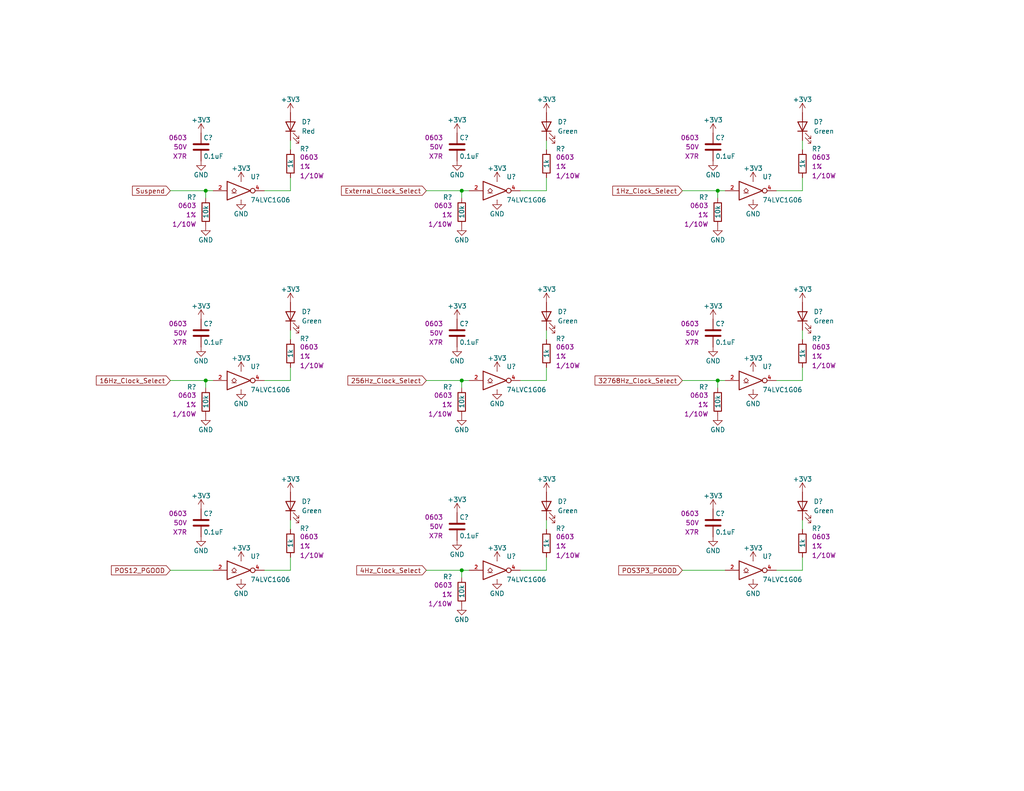
<source format=kicad_sch>
(kicad_sch (version 20230121) (generator eeschema)
  (paper "A")
  (title_block (title "Stopwatch") (date "2024-01-02") (rev "A") (company "Drew Maatman"))
  (lib_symbols
    (symbol "Custom_Library:74LVC1G06_Power" (pin_names (offset 1.016))
      (property "Reference" "U" (at 2.54 3.81 0))
      (property "Value" "74LVC1G06_Power" (at 2.54 -2.54 0))
      (symbol "74LVC1G06_Power_0_1"
        (polyline (pts (xy -2.54 -0.635) (xy -1.27 -0.635)))
        (polyline (pts (xy -3.81 2.54) (xy -3.81 -2.54) (xy 2.54 0) (xy -3.81 2.54)) (stroke (width 0.254)))
        (polyline (pts (xy -1.905 0.635) (xy -2.54 0) (xy -1.905 -0.635) (xy -1.27 0) (xy -1.905 0.635)))
      )
      (symbol "74LVC1G06_Power_1_1"
        (pin input line (at -7.62 0 0) (length 3.81) (name "~") (number "2"))
        (pin power_in line (at 0 -2.54 270) (length 0) (name "GND") (number "3"))
        (pin open_collector inverted (at 6.35 0 180) (length 3.81) (name "~") (number "4"))
        (pin power_in line (at 0 2.54 90) (length 0) (name "VCC") (number "5"))
      )
    )
    (symbol "Custom_Library:C_Custom" (pin_numbers hide) (pin_names (offset 0.254))
      (property "Reference" "C" (at 0.635 2.54 0))
      (property "Value" "C_Custom" (at 0.635 -2.54 0))
      (property "display_footprint" "Foot" (at -3.81 2.54 0))
      (property "Voltage" "V" (at -3.81 0 0))
      (property "Dielectric" "Er" (at -3.81 -2.54 0))
      (symbol "C_Custom_0_1"
        (polyline (pts (xy -2.032 -0.762) (xy 2.032 -0.762)) (stroke (width 0.508)))
        (polyline (pts (xy -2.032 0.762) (xy 2.032 0.762)) (stroke (width 0.508)))
      )
      (symbol "C_Custom_1_1"
        (pin passive line (at 0 3.81 270) (length 2.794) (name "~") (number "1"))
        (pin passive line (at 0 -3.81 90) (length 2.794) (name "~") (number "2"))
      )
    )
    (symbol "Custom_Library:R_Custom" (pin_numbers hide) (pin_names (offset 1.016) hide)
      (property "Reference" "R" (at -2.54 0 90))
      (property "Value" "R_Custom" (at 0 0 90))
      (property "display_footprint" "Foot" (at 2.54 0 90))
      (property "Tolerance" "Tol" (at 5.08 0 90))
      (property "Wattage" "W" (at 7.62 0 90))
      (symbol "R_Custom_0_1"
        (rectangle (start 1.016 2.54) (end -1.016 -2.54) (stroke (width 0.254)))
      )
      (symbol "R_Custom_1_1"
        (pin passive line (at 0 3.81 270) (length 1.27) (name "1") (number "1"))
        (pin passive line (at 0 -3.81 90) (length 1.27) (name "2") (number "2"))
      )
    )
    (symbol "Device:LED" (pin_numbers hide) (pin_names (offset 1.016) hide)
      (property "Reference" "D" (at 0 2.54 0))
      (property "Value" "LED" (at 0 -2.54 0))
      (symbol "LED_0_1"
        (polyline (pts (xy -1.27 -1.27) (xy -1.27 1.27)) (stroke (width 0.254)))
        (polyline (pts (xy -1.27 0) (xy 1.27 0)))
        (polyline (pts (xy 1.27 -1.27) (xy 1.27 1.27) (xy -1.27 0) (xy 1.27 -1.27)) (stroke (width 0.254)))
        (polyline (pts (xy -3.048 -0.762) (xy -4.572 -2.286) (xy -3.81 -2.286) (xy -4.572 -2.286) (xy -4.572 -1.524)))
        (polyline (pts (xy -1.778 -0.762) (xy -3.302 -2.286) (xy -2.54 -2.286) (xy -3.302 -2.286) (xy -3.302 -1.524)))
      )
      (symbol "LED_1_1"
        (pin passive line (at -3.81 0 0) (length 2.54) (name "K") (number "1"))
        (pin passive line (at 3.81 0 180) (length 2.54) (name "A") (number "2"))
      )
    )
    (symbol "Incrementor-rescue:+3.3V-power" (power) (pin_names (offset 0))
      (property "Value" "+3.3V-power" (at 0 3.556 0))
      (symbol "+3.3V-power_0_1"
        (polyline (pts (xy -0.762 1.27) (xy 0 2.54)))
        (polyline (pts (xy 0 0) (xy 0 2.54)))
        (polyline (pts (xy 0 2.54) (xy 0.762 1.27)))
      )
      (symbol "+3.3V-power_1_1"
        (pin power_in line (at 0 0 90) (length 0) hide (name "+3V3") (number "1"))
      )
    )
    (symbol "power:GND" (power) (pin_names (offset 0))
      (property "Value" "GND" (at 0 -3.81 0))
      (symbol "GND_0_1"
        (polyline (pts (xy 0 0) (xy 0 -1.27) (xy 1.27 -1.27) (xy 0 -2.54) (xy -1.27 -1.27) (xy 0 -1.27)))
      )
      (symbol "GND_1_1"
        (pin power_in line (at 0 0 270) (length 0) hide (name "GND") (number "1"))
      )
    )
  )
  (junction (at 125.984 155.702))
  (junction (at 125.984 52.07))
  (junction (at 195.834 103.886))
  (junction (at 195.834 52.07))
  (junction (at 56.134 103.886))
  (junction (at 125.984 103.886))
  (junction (at 56.134 52.07))
  (wire (pts (xy 125.984 52.07) (xy 128.016 52.07)))
  (wire (pts (xy 46.482 52.07) (xy 56.134 52.07)))
  (wire (pts (xy 149.098 90.17) (xy 149.098 92.71)))
  (wire (pts (xy 149.098 38.354) (xy 149.098 40.894)))
  (wire (pts (xy 125.984 157.734) (xy 125.984 155.702)))
  (wire (pts (xy 79.248 90.17) (xy 79.248 92.71)))
  (wire (pts (xy 56.134 105.918) (xy 56.134 103.886)))
  (wire (pts (xy 195.834 103.886) (xy 197.866 103.886)))
  (wire (pts (xy 218.948 48.514) (xy 218.948 52.07)))
  (wire (pts (xy 218.948 155.702) (xy 211.836 155.702)))
  (wire (pts (xy 218.948 141.986) (xy 218.948 144.526)))
  (wire (pts (xy 116.332 52.07) (xy 125.984 52.07)))
  (wire (pts (xy 125.984 155.702) (xy 128.016 155.702)))
  (wire (pts (xy 56.134 52.07) (xy 58.166 52.07)))
  (wire (pts (xy 79.248 48.514) (xy 79.248 52.07)))
  (wire (pts (xy 218.948 100.33) (xy 218.948 103.886)))
  (wire (pts (xy 79.248 52.07) (xy 72.136 52.07)))
  (wire (pts (xy 149.098 141.986) (xy 149.098 144.526)))
  (wire (pts (xy 56.134 54.102) (xy 56.134 52.07)))
  (wire (pts (xy 79.248 100.33) (xy 79.248 103.886)))
  (wire (pts (xy 79.248 152.146) (xy 79.248 155.702)))
  (wire (pts (xy 46.482 103.886) (xy 56.134 103.886)))
  (wire (pts (xy 149.098 100.33) (xy 149.098 103.886)))
  (wire (pts (xy 195.834 54.102) (xy 195.834 52.07)))
  (wire (pts (xy 195.834 105.918) (xy 195.834 103.886)))
  (wire (pts (xy 79.248 38.354) (xy 79.248 40.894)))
  (wire (pts (xy 186.182 103.886) (xy 195.834 103.886)))
  (wire (pts (xy 218.948 90.17) (xy 218.948 92.71)))
  (wire (pts (xy 149.098 48.514) (xy 149.098 52.07)))
  (wire (pts (xy 56.134 103.886) (xy 58.166 103.886)))
  (wire (pts (xy 125.984 105.918) (xy 125.984 103.886)))
  (wire (pts (xy 116.332 155.702) (xy 125.984 155.702)))
  (wire (pts (xy 149.098 152.146) (xy 149.098 155.702)))
  (wire (pts (xy 79.248 141.986) (xy 79.248 144.526)))
  (wire (pts (xy 218.948 152.146) (xy 218.948 155.702)))
  (wire (pts (xy 149.098 155.702) (xy 141.986 155.702)))
  (wire (pts (xy 79.248 155.702) (xy 72.136 155.702)))
  (wire (pts (xy 79.248 103.886) (xy 72.136 103.886)))
  (wire (pts (xy 218.948 103.886) (xy 211.836 103.886)))
  (wire (pts (xy 218.948 38.354) (xy 218.948 40.894)))
  (wire (pts (xy 125.984 103.886) (xy 128.016 103.886)))
  (wire (pts (xy 197.866 155.702) (xy 186.182 155.702)))
  (wire (pts (xy 149.098 52.07) (xy 141.986 52.07)))
  (wire (pts (xy 149.098 103.886) (xy 141.986 103.886)))
  (wire (pts (xy 186.182 52.07) (xy 195.834 52.07)))
  (wire (pts (xy 125.984 54.102) (xy 125.984 52.07)))
  (wire (pts (xy 58.166 155.702) (xy 46.482 155.702)))
  (wire (pts (xy 116.332 103.886) (xy 125.984 103.886)))
  (wire (pts (xy 195.834 52.07) (xy 197.866 52.07)))
  (wire (pts (xy 218.948 52.07) (xy 211.836 52.07)))
  (global_label "POS12_PGOOD" (shape input) (at 46.482 155.702 180) (property "Intersheetrefs" "${INTERSHEET_REFS}" (effects hide)))
  (global_label "4Hz_Clock_Select" (shape input) (at 116.332 155.702 180) (property "Intersheetrefs" "${INTERSHEET_REFS}" (effects hide)))
  (global_label "1Hz_Clock_Select" (shape input) (at 186.182 52.07 180) (property "Intersheetrefs" "${INTERSHEET_REFS}" (effects hide)))
  (global_label "External_Clock_Select" (shape input) (at 116.332 52.07 180) (property "Intersheetrefs" "${INTERSHEET_REFS}" (effects hide)))
  (global_label "Suspend" (shape input) (at 46.482 52.07 180) (property "Intersheetrefs" "${INTERSHEET_REFS}" (effects hide)))
  (global_label "POS3P3_PGOOD" (shape input) (at 186.182 155.702 180) (property "Intersheetrefs" "${INTERSHEET_REFS}" (effects hide)))
  (global_label "32768Hz_Clock_Select" (shape input) (at 186.182 103.886 180) (property "Intersheetrefs" "${INTERSHEET_REFS}" (effects hide)))
  (global_label "256Hz_Clock_Select" (shape input) (at 116.332 103.886 180) (property "Intersheetrefs" "${INTERSHEET_REFS}" (effects hide)))
  (global_label "16Hz_Clock_Select" (shape input) (at 46.482 103.886 180) (property "Intersheetrefs" "${INTERSHEET_REFS}" (effects hide)))
  (symbol (lib_id "Custom_Library:74LVC1G06_Power") (at 65.786 155.702 0) (unit 1)
    (property "Reference" "U?" (at 68.326 151.892 0) (effects (justify left)))
    (property "Value" "74LVC1G06" (at 68.326 158.242 0) (effects (justify left)))
    (property "Footprint" "TO_SOT_Packages_SMD:SOT-353_SC-70-5" (effects hide))
    (property "Datasheet" "http://www.ti.com/lit/ds/symlink/sn74lvc1g06.pdf" (effects hide))
    (property "Digi-Key PN" "296-8484-1-ND" (effects hide))
  )
  (symbol (lib_id "power:GND") (at 65.786 158.242 0) (unit 1)
    (property "Reference" "#PWR?" (effects hide))
    (property "Value" "GND" (at 65.786 162.052 0))
  )
  (symbol (lib_id "Incrementor-rescue:+3.3V-power") (at 65.786 153.162 0) (unit 1)
    (property "Reference" "#PWR?" (effects hide))
    (property "Value" "+3.3V" (at 65.786 149.606 0))
  )
  (symbol (lib_id "Custom_Library:R_Custom") (at 79.248 148.336 0) (unit 1)
    (property "Reference" "R?" (at 81.788 144.272 0) (effects (justify left)))
    (property "Value" "1k" (at 79.248 148.336 90))
    (property "Footprint" "Resistors_SMD:R_0603" (effects hide))
    (property "display_footprint" "0603" (at 81.788 146.558 0) (effects (justify left)))
    (property "Tolerance" "1%" (at 81.788 149.098 0) (effects (justify left)))
    (property "Wattage" "1/10W" (at 81.788 151.638 0) (effects (justify left)))
    (property "Digi-Key PN" "RHM1.0KDCT-ND" (effects hide))
  )
  (symbol (lib_id "Device:LED") (at 79.248 138.176 90) (unit 1)
    (property "Reference" "D?" (at 82.296 136.906 90) (effects (justify right)))
    (property "Value" "Green" (at 82.296 139.446 90) (effects (justify right)))
    (property "Footprint" "LEDs:LED_0603" (effects hide))
    (property "Digi-Key PN" "160-1446-1-ND" (effects hide))
  )
  (symbol (lib_id "Incrementor-rescue:+3.3V-power") (at 79.248 134.366 0) (unit 1)
    (property "Reference" "#PWR?" (effects hide))
    (property "Value" "+3.3V" (at 79.248 130.81 0))
  )
  (symbol (lib_id "Custom_Library:C_Custom") (at 54.864 142.748 0) (unit 1)
    (property "Reference" "C?" (at 55.499 140.208 0) (effects (justify left)))
    (property "Value" "0.1uF" (at 55.499 145.288 0) (effects (justify left)))
    (property "Footprint" "Capacitors_SMD:C_0603" (effects hide))
    (property "display_footprint" "0603" (at 51.054 140.208 0) (effects (justify right)))
    (property "Voltage" "50V" (at 51.054 142.748 0) (effects (justify right)))
    (property "Dielectric" "X7R" (at 51.054 145.288 0) (effects (justify right)))
    (property "Digi-Key PN" "311-1344-1-ND" (effects hide))
  )
  (symbol (lib_id "power:GND") (at 54.864 146.558 0) (unit 1)
    (property "Reference" "#PWR?" (effects hide))
    (property "Value" "GND" (at 54.864 150.368 0))
  )
  (symbol (lib_id "Incrementor-rescue:+3.3V-power") (at 54.864 138.938 0) (unit 1)
    (property "Reference" "#PWR?" (effects hide))
    (property "Value" "+3.3V" (at 54.864 135.382 0))
  )
  (symbol (lib_id "Custom_Library:74LVC1G06_Power") (at 65.786 52.07 0) (unit 1)
    (property "Reference" "U?" (at 68.326 48.26 0) (effects (justify left)))
    (property "Value" "74LVC1G06" (at 68.326 54.61 0) (effects (justify left)))
    (property "Footprint" "TO_SOT_Packages_SMD:SOT-353_SC-70-5" (effects hide))
    (property "Datasheet" "http://www.ti.com/lit/ds/symlink/sn74lvc1g06.pdf" (effects hide))
    (property "Digi-Key PN" "296-8484-1-ND" (effects hide))
  )
  (symbol (lib_id "power:GND") (at 65.786 54.61 0) (unit 1)
    (property "Reference" "#PWR?" (effects hide))
    (property "Value" "GND" (at 65.786 58.42 0))
  )
  (symbol (lib_id "Incrementor-rescue:+3.3V-power") (at 65.786 49.53 0) (unit 1)
    (property "Reference" "#PWR?" (effects hide))
    (property "Value" "+3.3V" (at 65.786 45.974 0))
  )
  (symbol (lib_id "Custom_Library:R_Custom") (at 56.134 57.912 0) (mirror y) (unit 1)
    (property "Reference" "R?" (at 53.594 53.848 0) (effects (justify left)))
    (property "Value" "10k" (at 56.134 59.69 90) (effects (justify left)))
    (property "Footprint" "Resistors_SMD:R_0603" (effects hide))
    (property "display_footprint" "0603" (at 53.594 56.134 0) (effects (justify left)))
    (property "Tolerance" "1%" (at 53.594 58.674 0) (effects (justify left)))
    (property "Wattage" "1/10W" (at 53.594 61.214 0) (effects (justify left)))
    (property "Digi-Key PN" "RMCF0603FT10K0CT-ND" (effects hide))
  )
  (symbol (lib_id "power:GND") (at 56.134 61.722 0) (unit 1)
    (property "Reference" "#PWR?" (effects hide))
    (property "Value" "GND" (at 56.134 65.532 0))
  )
  (symbol (lib_id "Custom_Library:R_Custom") (at 79.248 44.704 0) (unit 1)
    (property "Reference" "R?" (at 81.788 40.64 0) (effects (justify left)))
    (property "Value" "1k" (at 79.248 44.704 90))
    (property "Footprint" "Resistors_SMD:R_0603" (effects hide))
    (property "display_footprint" "0603" (at 81.788 42.926 0) (effects (justify left)))
    (property "Tolerance" "1%" (at 81.788 45.466 0) (effects (justify left)))
    (property "Wattage" "1/10W" (at 81.788 48.006 0) (effects (justify left)))
    (property "Digi-Key PN" "RHM1.0KDCT-ND" (effects hide))
  )
  (symbol (lib_id "Device:LED") (at 79.248 34.544 90) (unit 1)
    (property "Reference" "D?" (at 82.296 33.274 90) (effects (justify right)))
    (property "Value" "Red" (at 82.296 35.814 90) (effects (justify right)))
    (property "Footprint" "LEDs:LED_0603" (effects hide))
    (property "Digi-Key PN" "160-1447-1-ND" (effects hide))
  )
  (symbol (lib_id "Incrementor-rescue:+3.3V-power") (at 79.248 30.734 0) (unit 1)
    (property "Reference" "#PWR?" (effects hide))
    (property "Value" "+3.3V" (at 79.248 27.178 0))
  )
  (symbol (lib_id "Custom_Library:74LVC1G06_Power") (at 135.636 52.07 0) (unit 1)
    (property "Reference" "U?" (at 138.176 48.26 0) (effects (justify left)))
    (property "Value" "74LVC1G06" (at 138.176 54.61 0) (effects (justify left)))
    (property "Footprint" "TO_SOT_Packages_SMD:SOT-353_SC-70-5" (effects hide))
    (property "Datasheet" "http://www.ti.com/lit/ds/symlink/sn74lvc1g06.pdf" (effects hide))
    (property "Digi-Key PN" "296-8484-1-ND" (effects hide))
  )
  (symbol (lib_id "power:GND") (at 135.636 54.61 0) (unit 1)
    (property "Reference" "#PWR?" (effects hide))
    (property "Value" "GND" (at 135.636 58.42 0))
  )
  (symbol (lib_id "Incrementor-rescue:+3.3V-power") (at 135.636 49.53 0) (unit 1)
    (property "Reference" "#PWR?" (effects hide))
    (property "Value" "+3.3V" (at 135.636 45.974 0))
  )
  (symbol (lib_id "Custom_Library:R_Custom") (at 125.984 57.912 0) (mirror y) (unit 1)
    (property "Reference" "R?" (at 123.444 53.848 0) (effects (justify left)))
    (property "Value" "10k" (at 125.984 59.69 90) (effects (justify left)))
    (property "Footprint" "Resistors_SMD:R_0603" (effects hide))
    (property "display_footprint" "0603" (at 123.444 56.134 0) (effects (justify left)))
    (property "Tolerance" "1%" (at 123.444 58.674 0) (effects (justify left)))
    (property "Wattage" "1/10W" (at 123.444 61.214 0) (effects (justify left)))
    (property "Digi-Key PN" "RMCF0603FT10K0CT-ND" (effects hide))
  )
  (symbol (lib_id "power:GND") (at 125.984 61.722 0) (unit 1)
    (property "Reference" "#PWR?" (effects hide))
    (property "Value" "GND" (at 125.984 65.532 0))
  )
  (symbol (lib_id "Custom_Library:R_Custom") (at 149.098 44.704 0) (unit 1)
    (property "Reference" "R?" (at 151.638 40.64 0) (effects (justify left)))
    (property "Value" "1k" (at 149.098 44.704 90))
    (property "Footprint" "Resistors_SMD:R_0603" (effects hide))
    (property "display_footprint" "0603" (at 151.638 42.926 0) (effects (justify left)))
    (property "Tolerance" "1%" (at 151.638 45.466 0) (effects (justify left)))
    (property "Wattage" "1/10W" (at 151.638 48.006 0) (effects (justify left)))
    (property "Digi-Key PN" "RHM1.0KDCT-ND" (effects hide))
  )
  (symbol (lib_id "Device:LED") (at 149.098 34.544 90) (unit 1)
    (property "Reference" "D?" (at 152.146 33.274 90) (effects (justify right)))
    (property "Value" "Green" (at 152.146 35.814 90) (effects (justify right)))
    (property "Footprint" "LEDs:LED_0603" (effects hide))
    (property "Digi-Key PN" "160-1446-1-ND" (effects hide))
  )
  (symbol (lib_id "Incrementor-rescue:+3.3V-power") (at 149.098 30.734 0) (unit 1)
    (property "Reference" "#PWR?" (effects hide))
    (property "Value" "+3.3V" (at 149.098 27.178 0))
  )
  (symbol (lib_id "Custom_Library:74LVC1G06_Power") (at 205.486 52.07 0) (unit 1)
    (property "Reference" "U?" (at 208.026 48.26 0) (effects (justify left)))
    (property "Value" "74LVC1G06" (at 208.026 54.61 0) (effects (justify left)))
    (property "Footprint" "TO_SOT_Packages_SMD:SOT-353_SC-70-5" (effects hide))
    (property "Datasheet" "http://www.ti.com/lit/ds/symlink/sn74lvc1g06.pdf" (effects hide))
    (property "Digi-Key PN" "296-8484-1-ND" (effects hide))
  )
  (symbol (lib_id "power:GND") (at 205.486 54.61 0) (unit 1)
    (property "Reference" "#PWR?" (effects hide))
    (property "Value" "GND" (at 205.486 58.42 0))
  )
  (symbol (lib_id "Incrementor-rescue:+3.3V-power") (at 205.486 49.53 0) (unit 1)
    (property "Reference" "#PWR?" (effects hide))
    (property "Value" "+3.3V" (at 205.486 45.974 0))
  )
  (symbol (lib_id "Custom_Library:R_Custom") (at 195.834 57.912 0) (mirror y) (unit 1)
    (property "Reference" "R?" (at 193.294 53.848 0) (effects (justify left)))
    (property "Value" "10k" (at 195.834 59.69 90) (effects (justify left)))
    (property "Footprint" "Resistors_SMD:R_0603" (effects hide))
    (property "display_footprint" "0603" (at 193.294 56.134 0) (effects (justify left)))
    (property "Tolerance" "1%" (at 193.294 58.674 0) (effects (justify left)))
    (property "Wattage" "1/10W" (at 193.294 61.214 0) (effects (justify left)))
    (property "Digi-Key PN" "RMCF0603FT10K0CT-ND" (effects hide))
  )
  (symbol (lib_id "power:GND") (at 195.834 61.722 0) (unit 1)
    (property "Reference" "#PWR?" (effects hide))
    (property "Value" "GND" (at 195.834 65.532 0))
  )
  (symbol (lib_id "Custom_Library:R_Custom") (at 218.948 44.704 0) (unit 1)
    (property "Reference" "R?" (at 221.488 40.64 0) (effects (justify left)))
    (property "Value" "1k" (at 218.948 44.704 90))
    (property "Footprint" "Resistors_SMD:R_0603" (effects hide))
    (property "display_footprint" "0603" (at 221.488 42.926 0) (effects (justify left)))
    (property "Tolerance" "1%" (at 221.488 45.466 0) (effects (justify left)))
    (property "Wattage" "1/10W" (at 221.488 48.006 0) (effects (justify left)))
    (property "Digi-Key PN" "RHM1.0KDCT-ND" (effects hide))
  )
  (symbol (lib_id "Device:LED") (at 218.948 34.544 90) (unit 1)
    (property "Reference" "D?" (at 221.996 33.274 90) (effects (justify right)))
    (property "Value" "Green" (at 221.996 35.814 90) (effects (justify right)))
    (property "Footprint" "LEDs:LED_0603" (effects hide))
    (property "Digi-Key PN" "160-1446-1-ND" (effects hide))
  )
  (symbol (lib_id "Incrementor-rescue:+3.3V-power") (at 218.948 30.734 0) (unit 1)
    (property "Reference" "#PWR?" (effects hide))
    (property "Value" "+3.3V" (at 218.948 27.178 0))
  )
  (symbol (lib_id "Incrementor-rescue:+3.3V-power") (at 218.948 82.55 0) (unit 1)
    (property "Reference" "#PWR?" (effects hide))
    (property "Value" "+3.3V" (at 218.948 78.994 0))
  )
  (symbol (lib_id "Custom_Library:74LVC1G06_Power") (at 135.636 155.702 0) (unit 1)
    (property "Reference" "U?" (at 138.176 151.892 0) (effects (justify left)))
    (property "Value" "74LVC1G06" (at 138.176 158.242 0) (effects (justify left)))
    (property "Footprint" "TO_SOT_Packages_SMD:SOT-353_SC-70-5" (effects hide))
    (property "Datasheet" "http://www.ti.com/lit/ds/symlink/sn74lvc1g06.pdf" (effects hide))
    (property "Digi-Key PN" "296-8484-1-ND" (effects hide))
  )
  (symbol (lib_id "power:GND") (at 135.636 158.242 0) (unit 1)
    (property "Reference" "#PWR?" (effects hide))
    (property "Value" "GND" (at 135.636 162.052 0))
  )
  (symbol (lib_id "Incrementor-rescue:+3.3V-power") (at 135.636 153.162 0) (unit 1)
    (property "Reference" "#PWR?" (effects hide))
    (property "Value" "+3.3V" (at 135.636 149.606 0))
  )
  (symbol (lib_id "Custom_Library:R_Custom") (at 125.984 161.544 0) (mirror y) (unit 1)
    (property "Reference" "R?" (at 123.444 157.48 0) (effects (justify left)))
    (property "Value" "10k" (at 125.984 163.322 90) (effects (justify left)))
    (property "Footprint" "Resistors_SMD:R_0603" (effects hide))
    (property "display_footprint" "0603" (at 123.444 159.766 0) (effects (justify left)))
    (property "Tolerance" "1%" (at 123.444 162.306 0) (effects (justify left)))
    (property "Wattage" "1/10W" (at 123.444 164.846 0) (effects (justify left)))
    (property "Digi-Key PN" "RMCF0603FT10K0CT-ND" (effects hide))
  )
  (symbol (lib_id "power:GND") (at 125.984 165.354 0) (unit 1)
    (property "Reference" "#PWR?" (effects hide))
    (property "Value" "GND" (at 125.984 169.164 0))
  )
  (symbol (lib_id "Custom_Library:R_Custom") (at 149.098 148.336 0) (unit 1)
    (property "Reference" "R?" (at 151.638 144.272 0) (effects (justify left)))
    (property "Value" "1k" (at 149.098 148.336 90))
    (property "Footprint" "Resistors_SMD:R_0603" (effects hide))
    (property "display_footprint" "0603" (at 151.638 146.558 0) (effects (justify left)))
    (property "Tolerance" "1%" (at 151.638 149.098 0) (effects (justify left)))
    (property "Wattage" "1/10W" (at 151.638 151.638 0) (effects (justify left)))
    (property "Digi-Key PN" "RHM1.0KDCT-ND" (effects hide))
  )
  (symbol (lib_id "Device:LED") (at 149.098 138.176 90) (unit 1)
    (property "Reference" "D?" (at 152.146 136.906 90) (effects (justify right)))
    (property "Value" "Green" (at 152.146 139.446 90) (effects (justify right)))
    (property "Footprint" "LEDs:LED_0603" (effects hide))
    (property "Digi-Key PN" "160-1446-1-ND" (effects hide))
  )
  (symbol (lib_id "Incrementor-rescue:+3.3V-power") (at 149.098 134.366 0) (unit 1)
    (property "Reference" "#PWR?" (effects hide))
    (property "Value" "+3.3V" (at 149.098 130.81 0))
  )
  (symbol (lib_id "Custom_Library:74LVC1G06_Power") (at 65.786 103.886 0) (unit 1)
    (property "Reference" "U?" (at 68.326 100.076 0) (effects (justify left)))
    (property "Value" "74LVC1G06" (at 68.326 106.426 0) (effects (justify left)))
    (property "Footprint" "TO_SOT_Packages_SMD:SOT-353_SC-70-5" (effects hide))
    (property "Datasheet" "http://www.ti.com/lit/ds/symlink/sn74lvc1g06.pdf" (effects hide))
    (property "Digi-Key PN" "296-8484-1-ND" (effects hide))
  )
  (symbol (lib_id "power:GND") (at 65.786 106.426 0) (unit 1)
    (property "Reference" "#PWR?" (effects hide))
    (property "Value" "GND" (at 65.786 110.236 0))
  )
  (symbol (lib_id "Incrementor-rescue:+3.3V-power") (at 65.786 101.346 0) (unit 1)
    (property "Reference" "#PWR?" (effects hide))
    (property "Value" "+3.3V" (at 65.786 97.79 0))
  )
  (symbol (lib_id "Custom_Library:R_Custom") (at 56.134 109.728 0) (mirror y) (unit 1)
    (property "Reference" "R?" (at 53.594 105.664 0) (effects (justify left)))
    (property "Value" "10k" (at 56.134 111.506 90) (effects (justify left)))
    (property "Footprint" "Resistors_SMD:R_0603" (effects hide))
    (property "display_footprint" "0603" (at 53.594 107.95 0) (effects (justify left)))
    (property "Tolerance" "1%" (at 53.594 110.49 0) (effects (justify left)))
    (property "Wattage" "1/10W" (at 53.594 113.03 0) (effects (justify left)))
    (property "Digi-Key PN" "RMCF0603FT10K0CT-ND" (effects hide))
  )
  (symbol (lib_id "power:GND") (at 56.134 113.538 0) (unit 1)
    (property "Reference" "#PWR?" (effects hide))
    (property "Value" "GND" (at 56.134 117.348 0))
  )
  (symbol (lib_id "Custom_Library:R_Custom") (at 79.248 96.52 0) (unit 1)
    (property "Reference" "R?" (at 81.788 92.456 0) (effects (justify left)))
    (property "Value" "1k" (at 79.248 96.52 90))
    (property "Footprint" "Resistors_SMD:R_0603" (effects hide))
    (property "display_footprint" "0603" (at 81.788 94.742 0) (effects (justify left)))
    (property "Tolerance" "1%" (at 81.788 97.282 0) (effects (justify left)))
    (property "Wattage" "1/10W" (at 81.788 99.822 0) (effects (justify left)))
    (property "Digi-Key PN" "RHM1.0KDCT-ND" (effects hide))
  )
  (symbol (lib_id "Device:LED") (at 79.248 86.36 90) (unit 1)
    (property "Reference" "D?" (at 82.296 85.09 90) (effects (justify right)))
    (property "Value" "Green" (at 82.296 87.63 90) (effects (justify right)))
    (property "Footprint" "LEDs:LED_0603" (effects hide))
    (property "Digi-Key PN" "160-1446-1-ND" (effects hide))
  )
  (symbol (lib_id "Incrementor-rescue:+3.3V-power") (at 79.248 82.55 0) (unit 1)
    (property "Reference" "#PWR?" (effects hide))
    (property "Value" "+3.3V" (at 79.248 78.994 0))
  )
  (symbol (lib_id "Custom_Library:74LVC1G06_Power") (at 135.636 103.886 0) (unit 1)
    (property "Reference" "U?" (at 138.176 100.076 0) (effects (justify left)))
    (property "Value" "74LVC1G06" (at 138.176 106.426 0) (effects (justify left)))
    (property "Footprint" "TO_SOT_Packages_SMD:SOT-353_SC-70-5" (effects hide))
    (property "Datasheet" "http://www.ti.com/lit/ds/symlink/sn74lvc1g06.pdf" (effects hide))
    (property "Digi-Key PN" "296-8484-1-ND" (effects hide))
  )
  (symbol (lib_id "power:GND") (at 135.636 106.426 0) (unit 1)
    (property "Reference" "#PWR?" (effects hide))
    (property "Value" "GND" (at 135.636 110.236 0))
  )
  (symbol (lib_id "Incrementor-rescue:+3.3V-power") (at 135.636 101.346 0) (unit 1)
    (property "Reference" "#PWR?" (effects hide))
    (property "Value" "+3.3V" (at 135.636 97.79 0))
  )
  (symbol (lib_id "Custom_Library:R_Custom") (at 125.984 109.728 0) (mirror y) (unit 1)
    (property "Reference" "R?" (at 123.444 105.664 0) (effects (justify left)))
    (property "Value" "10k" (at 125.984 111.506 90) (effects (justify left)))
    (property "Footprint" "Resistors_SMD:R_0603" (effects hide))
    (property "display_footprint" "0603" (at 123.444 107.95 0) (effects (justify left)))
    (property "Tolerance" "1%" (at 123.444 110.49 0) (effects (justify left)))
    (property "Wattage" "1/10W" (at 123.444 113.03 0) (effects (justify left)))
    (property "Digi-Key PN" "RMCF0603FT10K0CT-ND" (effects hide))
  )
  (symbol (lib_id "power:GND") (at 125.984 113.538 0) (unit 1)
    (property "Reference" "#PWR?" (effects hide))
    (property "Value" "GND" (at 125.984 117.348 0))
  )
  (symbol (lib_id "Custom_Library:R_Custom") (at 149.098 96.52 0) (unit 1)
    (property "Reference" "R?" (at 151.638 92.456 0) (effects (justify left)))
    (property "Value" "1k" (at 149.098 96.52 90))
    (property "Footprint" "Resistors_SMD:R_0603" (effects hide))
    (property "display_footprint" "0603" (at 151.638 94.742 0) (effects (justify left)))
    (property "Tolerance" "1%" (at 151.638 97.282 0) (effects (justify left)))
    (property "Wattage" "1/10W" (at 151.638 99.822 0) (effects (justify left)))
    (property "Digi-Key PN" "RHM1.0KDCT-ND" (effects hide))
  )
  (symbol (lib_id "Device:LED") (at 149.098 86.36 90) (unit 1)
    (property "Reference" "D?" (at 152.146 85.09 90) (effects (justify right)))
    (property "Value" "Green" (at 152.146 87.63 90) (effects (justify right)))
    (property "Footprint" "LEDs:LED_0603" (effects hide))
    (property "Digi-Key PN" "160-1446-1-ND" (effects hide))
  )
  (symbol (lib_id "Incrementor-rescue:+3.3V-power") (at 149.098 82.55 0) (unit 1)
    (property "Reference" "#PWR?" (effects hide))
    (property "Value" "+3.3V" (at 149.098 78.994 0))
  )
  (symbol (lib_id "Custom_Library:74LVC1G06_Power") (at 205.486 103.886 0) (unit 1)
    (property "Reference" "U?" (at 208.026 100.076 0) (effects (justify left)))
    (property "Value" "74LVC1G06" (at 208.026 106.426 0) (effects (justify left)))
    (property "Footprint" "TO_SOT_Packages_SMD:SOT-353_SC-70-5" (effects hide))
    (property "Datasheet" "http://www.ti.com/lit/ds/symlink/sn74lvc1g06.pdf" (effects hide))
    (property "Digi-Key PN" "296-8484-1-ND" (effects hide))
  )
  (symbol (lib_id "power:GND") (at 205.486 106.426 0) (unit 1)
    (property "Reference" "#PWR?" (effects hide))
    (property "Value" "GND" (at 205.486 110.236 0))
  )
  (symbol (lib_id "Incrementor-rescue:+3.3V-power") (at 205.486 101.346 0) (unit 1)
    (property "Reference" "#PWR?" (effects hide))
    (property "Value" "+3.3V" (at 205.486 97.79 0))
  )
  (symbol (lib_id "Custom_Library:R_Custom") (at 195.834 109.728 0) (mirror y) (unit 1)
    (property "Reference" "R?" (at 193.294 105.664 0) (effects (justify left)))
    (property "Value" "10k" (at 195.834 111.506 90) (effects (justify left)))
    (property "Footprint" "Resistors_SMD:R_0603" (effects hide))
    (property "display_footprint" "0603" (at 193.294 107.95 0) (effects (justify left)))
    (property "Tolerance" "1%" (at 193.294 110.49 0) (effects (justify left)))
    (property "Wattage" "1/10W" (at 193.294 113.03 0) (effects (justify left)))
    (property "Digi-Key PN" "RMCF0603FT10K0CT-ND" (effects hide))
  )
  (symbol (lib_id "power:GND") (at 195.834 113.538 0) (unit 1)
    (property "Reference" "#PWR?" (effects hide))
    (property "Value" "GND" (at 195.834 117.348 0))
  )
  (symbol (lib_id "Custom_Library:R_Custom") (at 218.948 96.52 0) (unit 1)
    (property "Reference" "R?" (at 221.488 92.456 0) (effects (justify left)))
    (property "Value" "1k" (at 218.948 96.52 90))
    (property "Footprint" "Resistors_SMD:R_0603" (effects hide))
    (property "display_footprint" "0603" (at 221.488 94.742 0) (effects (justify left)))
    (property "Tolerance" "1%" (at 221.488 97.282 0) (effects (justify left)))
    (property "Wattage" "1/10W" (at 221.488 99.822 0) (effects (justify left)))
    (property "Digi-Key PN" "RHM1.0KDCT-ND" (effects hide))
  )
  (symbol (lib_id "Device:LED") (at 218.948 86.36 90) (unit 1)
    (property "Reference" "D?" (at 221.996 85.09 90) (effects (justify right)))
    (property "Value" "Green" (at 221.996 87.63 90) (effects (justify right)))
    (property "Footprint" "LEDs:LED_0603" (effects hide))
    (property "Digi-Key PN" "160-1446-1-ND" (effects hide))
  )
  (symbol (lib_id "Custom_Library:74LVC1G06_Power") (at 205.486 155.702 0) (unit 1)
    (property "Reference" "U?" (at 208.026 151.892 0) (effects (justify left)))
    (property "Value" "74LVC1G06" (at 208.026 158.242 0) (effects (justify left)))
    (property "Footprint" "TO_SOT_Packages_SMD:SOT-353_SC-70-5" (effects hide))
    (property "Datasheet" "http://www.ti.com/lit/ds/symlink/sn74lvc1g06.pdf" (effects hide))
    (property "Digi-Key PN" "296-8484-1-ND" (effects hide))
  )
  (symbol (lib_id "power:GND") (at 205.486 158.242 0) (unit 1)
    (property "Reference" "#PWR?" (effects hide))
    (property "Value" "GND" (at 205.486 162.052 0))
  )
  (symbol (lib_id "Incrementor-rescue:+3.3V-power") (at 205.486 153.162 0) (unit 1)
    (property "Reference" "#PWR?" (effects hide))
    (property "Value" "+3.3V" (at 205.486 149.606 0))
  )
  (symbol (lib_id "Custom_Library:R_Custom") (at 218.948 148.336 0) (unit 1)
    (property "Reference" "R?" (at 221.488 144.272 0) (effects (justify left)))
    (property "Value" "1k" (at 218.948 148.336 90))
    (property "Footprint" "Resistors_SMD:R_0603" (effects hide))
    (property "display_footprint" "0603" (at 221.488 146.558 0) (effects (justify left)))
    (property "Tolerance" "1%" (at 221.488 149.098 0) (effects (justify left)))
    (property "Wattage" "1/10W" (at 221.488 151.638 0) (effects (justify left)))
    (property "Digi-Key PN" "RHM1.0KDCT-ND" (effects hide))
  )
  (symbol (lib_id "Device:LED") (at 218.948 138.176 90) (unit 1)
    (property "Reference" "D?" (at 221.996 136.906 90) (effects (justify right)))
    (property "Value" "Green" (at 221.996 139.446 90) (effects (justify right)))
    (property "Footprint" "LEDs:LED_0603" (effects hide))
    (property "Digi-Key PN" "160-1446-1-ND" (effects hide))
  )
  (symbol (lib_id "Incrementor-rescue:+3.3V-power") (at 218.948 134.366 0) (unit 1)
    (property "Reference" "#PWR?" (effects hide))
    (property "Value" "+3.3V" (at 218.948 130.81 0))
  )
  (symbol (lib_id "Custom_Library:C_Custom") (at 54.864 40.132 0) (unit 1)
    (property "Reference" "C?" (at 55.499 37.592 0) (effects (justify left)))
    (property "Value" "0.1uF" (at 55.499 42.672 0) (effects (justify left)))
    (property "Footprint" "Capacitors_SMD:C_0603" (effects hide))
    (property "display_footprint" "0603" (at 51.054 37.592 0) (effects (justify right)))
    (property "Voltage" "50V" (at 51.054 40.132 0) (effects (justify right)))
    (property "Dielectric" "X7R" (at 51.054 42.672 0) (effects (justify right)))
    (property "Digi-Key PN" "311-1344-1-ND" (effects hide))
  )
  (symbol (lib_id "power:GND") (at 54.864 43.942 0) (unit 1)
    (property "Reference" "#PWR?" (effects hide))
    (property "Value" "GND" (at 54.864 47.752 0))
  )
  (symbol (lib_id "Incrementor-rescue:+3.3V-power") (at 54.864 36.322 0) (unit 1)
    (property "Reference" "#PWR?" (effects hide))
    (property "Value" "+3.3V" (at 54.864 32.766 0))
  )
  (symbol (lib_id "Custom_Library:C_Custom") (at 124.714 40.132 0) (unit 1)
    (property "Reference" "C?" (at 125.349 37.592 0) (effects (justify left)))
    (property "Value" "0.1uF" (at 125.349 42.672 0) (effects (justify left)))
    (property "Footprint" "Capacitors_SMD:C_0603" (effects hide))
    (property "display_footprint" "0603" (at 120.904 37.592 0) (effects (justify right)))
    (property "Voltage" "50V" (at 120.904 40.132 0) (effects (justify right)))
    (property "Dielectric" "X7R" (at 120.904 42.672 0) (effects (justify right)))
    (property "Digi-Key PN" "311-1344-1-ND" (effects hide))
  )
  (symbol (lib_id "power:GND") (at 124.714 43.942 0) (unit 1)
    (property "Reference" "#PWR?" (effects hide))
    (property "Value" "GND" (at 124.714 47.752 0))
  )
  (symbol (lib_id "Incrementor-rescue:+3.3V-power") (at 124.714 36.322 0) (unit 1)
    (property "Reference" "#PWR?" (effects hide))
    (property "Value" "+3.3V" (at 124.714 32.766 0))
  )
  (symbol (lib_id "Custom_Library:C_Custom") (at 194.564 40.132 0) (unit 1)
    (property "Reference" "C?" (at 195.199 37.592 0) (effects (justify left)))
    (property "Value" "0.1uF" (at 195.199 42.672 0) (effects (justify left)))
    (property "Footprint" "Capacitors_SMD:C_0603" (effects hide))
    (property "display_footprint" "0603" (at 190.754 37.592 0) (effects (justify right)))
    (property "Voltage" "50V" (at 190.754 40.132 0) (effects (justify right)))
    (property "Dielectric" "X7R" (at 190.754 42.672 0) (effects (justify right)))
    (property "Digi-Key PN" "311-1344-1-ND" (effects hide))
  )
  (symbol (lib_id "power:GND") (at 194.564 43.942 0) (unit 1)
    (property "Reference" "#PWR?" (effects hide))
    (property "Value" "GND" (at 194.564 47.752 0))
  )
  (symbol (lib_id "Incrementor-rescue:+3.3V-power") (at 194.564 36.322 0) (unit 1)
    (property "Reference" "#PWR?" (effects hide))
    (property "Value" "+3.3V" (at 194.564 32.766 0))
  )
  (symbol (lib_id "Custom_Library:C_Custom") (at 124.714 143.764 0) (unit 1)
    (property "Reference" "C?" (at 125.349 141.224 0) (effects (justify left)))
    (property "Value" "0.1uF" (at 125.349 146.304 0) (effects (justify left)))
    (property "Footprint" "Capacitors_SMD:C_0603" (effects hide))
    (property "display_footprint" "0603" (at 120.904 141.224 0) (effects (justify right)))
    (property "Voltage" "50V" (at 120.904 143.764 0) (effects (justify right)))
    (property "Dielectric" "X7R" (at 120.904 146.304 0) (effects (justify right)))
    (property "Digi-Key PN" "311-1344-1-ND" (effects hide))
  )
  (symbol (lib_id "power:GND") (at 124.714 147.574 0) (unit 1)
    (property "Reference" "#PWR?" (effects hide))
    (property "Value" "GND" (at 124.714 151.384 0))
  )
  (symbol (lib_id "Incrementor-rescue:+3.3V-power") (at 124.714 139.954 0) (unit 1)
    (property "Reference" "#PWR?" (effects hide))
    (property "Value" "+3.3V" (at 124.714 136.398 0))
  )
  (symbol (lib_id "Custom_Library:C_Custom") (at 54.864 90.932 0) (unit 1)
    (property "Reference" "C?" (at 55.499 88.392 0) (effects (justify left)))
    (property "Value" "0.1uF" (at 55.499 93.472 0) (effects (justify left)))
    (property "Footprint" "Capacitors_SMD:C_0603" (effects hide))
    (property "display_footprint" "0603" (at 51.054 88.392 0) (effects (justify right)))
    (property "Voltage" "50V" (at 51.054 90.932 0) (effects (justify right)))
    (property "Dielectric" "X7R" (at 51.054 93.472 0) (effects (justify right)))
    (property "Digi-Key PN" "311-1344-1-ND" (effects hide))
  )
  (symbol (lib_id "power:GND") (at 54.864 94.742 0) (unit 1)
    (property "Reference" "#PWR?" (effects hide))
    (property "Value" "GND" (at 54.864 98.552 0))
  )
  (symbol (lib_id "Incrementor-rescue:+3.3V-power") (at 54.864 87.122 0) (unit 1)
    (property "Reference" "#PWR?" (effects hide))
    (property "Value" "+3.3V" (at 54.864 83.566 0))
  )
  (symbol (lib_id "Custom_Library:C_Custom") (at 124.714 90.932 0) (unit 1)
    (property "Reference" "C?" (at 125.349 88.392 0) (effects (justify left)))
    (property "Value" "0.1uF" (at 125.349 93.472 0) (effects (justify left)))
    (property "Footprint" "Capacitors_SMD:C_0603" (effects hide))
    (property "display_footprint" "0603" (at 120.904 88.392 0) (effects (justify right)))
    (property "Voltage" "50V" (at 120.904 90.932 0) (effects (justify right)))
    (property "Dielectric" "X7R" (at 120.904 93.472 0) (effects (justify right)))
    (property "Digi-Key PN" "311-1344-1-ND" (effects hide))
  )
  (symbol (lib_id "power:GND") (at 124.714 94.742 0) (unit 1)
    (property "Reference" "#PWR?" (effects hide))
    (property "Value" "GND" (at 124.714 98.552 0))
  )
  (symbol (lib_id "Incrementor-rescue:+3.3V-power") (at 124.714 87.122 0) (unit 1)
    (property "Reference" "#PWR?" (effects hide))
    (property "Value" "+3.3V" (at 124.714 83.566 0))
  )
  (symbol (lib_id "Custom_Library:C_Custom") (at 194.564 90.932 0) (unit 1)
    (property "Reference" "C?" (at 195.199 88.392 0) (effects (justify left)))
    (property "Value" "0.1uF" (at 195.199 93.472 0) (effects (justify left)))
    (property "Footprint" "Capacitors_SMD:C_0603" (effects hide))
    (property "display_footprint" "0603" (at 190.754 88.392 0) (effects (justify right)))
    (property "Voltage" "50V" (at 190.754 90.932 0) (effects (justify right)))
    (property "Dielectric" "X7R" (at 190.754 93.472 0) (effects (justify right)))
    (property "Digi-Key PN" "311-1344-1-ND" (effects hide))
  )
  (symbol (lib_id "power:GND") (at 194.564 94.742 0) (unit 1)
    (property "Reference" "#PWR?" (effects hide))
    (property "Value" "GND" (at 194.564 98.552 0))
  )
  (symbol (lib_id "Incrementor-rescue:+3.3V-power") (at 194.564 87.122 0) (unit 1)
    (property "Reference" "#PWR?" (effects hide))
    (property "Value" "+3.3V" (at 194.564 83.566 0))
  )
  (symbol (lib_id "Custom_Library:C_Custom") (at 194.564 142.748 0) (unit 1)
    (property "Reference" "C?" (at 195.199 140.208 0) (effects (justify left)))
    (property "Value" "0.1uF" (at 195.199 145.288 0) (effects (justify left)))
    (property "Footprint" "Capacitors_SMD:C_0603" (effects hide))
    (property "display_footprint" "0603" (at 190.754 140.208 0) (effects (justify right)))
    (property "Voltage" "50V" (at 190.754 142.748 0) (effects (justify right)))
    (property "Dielectric" "X7R" (at 190.754 145.288 0) (effects (justify right)))
    (property "Digi-Key PN" "311-1344-1-ND" (effects hide))
  )
  (symbol (lib_id "power:GND") (at 194.564 146.558 0) (unit 1)
    (property "Reference" "#PWR?" (effects hide))
    (property "Value" "GND" (at 194.564 150.368 0))
  )
  (symbol (lib_id "Incrementor-rescue:+3.3V-power") (at 194.564 138.938 0) (unit 1)
    (property "Reference" "#PWR?" (effects hide))
    (property "Value" "+3.3V" (at 194.564 135.382 0))
  )
)
</source>
